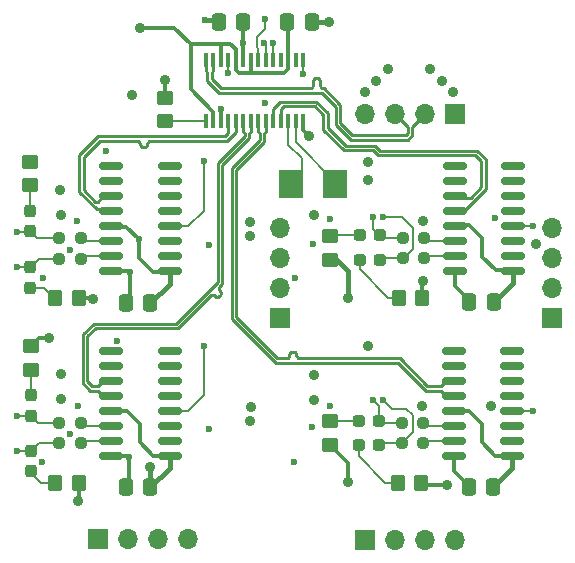
<source format=gbr>
%TF.GenerationSoftware,KiCad,Pcbnew,(6.0.4)*%
%TF.CreationDate,2022-04-04T02:46:47+02:00*%
%TF.ProjectId,Duino Coin,4475696e-6f20-4436-9f69-6e2e6b696361,rev?*%
%TF.SameCoordinates,Original*%
%TF.FileFunction,Copper,L4,Bot*%
%TF.FilePolarity,Positive*%
%FSLAX46Y46*%
G04 Gerber Fmt 4.6, Leading zero omitted, Abs format (unit mm)*
G04 Created by KiCad (PCBNEW (6.0.4)) date 2022-04-04 02:46:47*
%MOMM*%
%LPD*%
G01*
G04 APERTURE LIST*
G04 Aperture macros list*
%AMRoundRect*
0 Rectangle with rounded corners*
0 $1 Rounding radius*
0 $2 $3 $4 $5 $6 $7 $8 $9 X,Y pos of 4 corners*
0 Add a 4 corners polygon primitive as box body*
4,1,4,$2,$3,$4,$5,$6,$7,$8,$9,$2,$3,0*
0 Add four circle primitives for the rounded corners*
1,1,$1+$1,$2,$3*
1,1,$1+$1,$4,$5*
1,1,$1+$1,$6,$7*
1,1,$1+$1,$8,$9*
0 Add four rect primitives between the rounded corners*
20,1,$1+$1,$2,$3,$4,$5,0*
20,1,$1+$1,$4,$5,$6,$7,0*
20,1,$1+$1,$6,$7,$8,$9,0*
20,1,$1+$1,$8,$9,$2,$3,0*%
G04 Aperture macros list end*
%TA.AperFunction,ComponentPad*%
%ADD10R,1.700000X1.700000*%
%TD*%
%TA.AperFunction,ComponentPad*%
%ADD11O,1.700000X1.700000*%
%TD*%
%TA.AperFunction,SMDPad,CuDef*%
%ADD12RoundRect,0.250000X0.337500X0.475000X-0.337500X0.475000X-0.337500X-0.475000X0.337500X-0.475000X0*%
%TD*%
%TA.AperFunction,SMDPad,CuDef*%
%ADD13RoundRect,0.250000X-0.337500X-0.475000X0.337500X-0.475000X0.337500X0.475000X-0.337500X0.475000X0*%
%TD*%
%TA.AperFunction,SMDPad,CuDef*%
%ADD14RoundRect,0.237500X0.287500X0.237500X-0.287500X0.237500X-0.287500X-0.237500X0.287500X-0.237500X0*%
%TD*%
%TA.AperFunction,SMDPad,CuDef*%
%ADD15RoundRect,0.237500X-0.237500X0.287500X-0.237500X-0.287500X0.237500X-0.287500X0.237500X0.287500X0*%
%TD*%
%TA.AperFunction,SMDPad,CuDef*%
%ADD16RoundRect,0.237500X0.237500X-0.287500X0.237500X0.287500X-0.237500X0.287500X-0.237500X-0.287500X0*%
%TD*%
%TA.AperFunction,SMDPad,CuDef*%
%ADD17RoundRect,0.237500X-0.250000X-0.237500X0.250000X-0.237500X0.250000X0.237500X-0.250000X0.237500X0*%
%TD*%
%TA.AperFunction,SMDPad,CuDef*%
%ADD18RoundRect,0.237500X0.250000X0.237500X-0.250000X0.237500X-0.250000X-0.237500X0.250000X-0.237500X0*%
%TD*%
%TA.AperFunction,SMDPad,CuDef*%
%ADD19RoundRect,0.249999X0.350001X0.450001X-0.350001X0.450001X-0.350001X-0.450001X0.350001X-0.450001X0*%
%TD*%
%TA.AperFunction,SMDPad,CuDef*%
%ADD20RoundRect,0.249999X0.450001X-0.350001X0.450001X0.350001X-0.450001X0.350001X-0.450001X-0.350001X0*%
%TD*%
%TA.AperFunction,SMDPad,CuDef*%
%ADD21RoundRect,0.249999X-0.450001X0.350001X-0.450001X-0.350001X0.450001X-0.350001X0.450001X0.350001X0*%
%TD*%
%TA.AperFunction,SMDPad,CuDef*%
%ADD22RoundRect,0.150000X-0.825000X-0.150000X0.825000X-0.150000X0.825000X0.150000X-0.825000X0.150000X0*%
%TD*%
%TA.AperFunction,SMDPad,CuDef*%
%ADD23R,0.400000X1.200000*%
%TD*%
%TA.AperFunction,SMDPad,CuDef*%
%ADD24R,2.000000X2.400000*%
%TD*%
%TA.AperFunction,ViaPad*%
%ADD25C,0.900000*%
%TD*%
%TA.AperFunction,ViaPad*%
%ADD26C,0.600000*%
%TD*%
%TA.AperFunction,Conductor*%
%ADD27C,0.300000*%
%TD*%
%TA.AperFunction,Conductor*%
%ADD28C,0.400000*%
%TD*%
%TA.AperFunction,Conductor*%
%ADD29C,0.200000*%
%TD*%
%TA.AperFunction,Conductor*%
%ADD30C,0.228600*%
%TD*%
G04 APERTURE END LIST*
D10*
%TO.P,J2,1,Pin_1*%
%TO.N,/MOSI4*%
X198450200Y-117043200D03*
D11*
%TO.P,J2,2,Pin_2*%
%TO.N,/MISO4*%
X198450200Y-114503200D03*
%TO.P,J2,3,Pin_3*%
%TO.N,/SCK4*%
X198450200Y-111963200D03*
%TO.P,J2,4,Pin_4*%
%TO.N,/SS4*%
X198450200Y-109423200D03*
%TD*%
D10*
%TO.P,J3,1,Pin_1*%
%TO.N,/MOSI3*%
X182664100Y-135801100D03*
D11*
%TO.P,J3,2,Pin_2*%
%TO.N,/MISO3*%
X185204100Y-135801100D03*
%TO.P,J3,3,Pin_3*%
%TO.N,/SCK3*%
X187744100Y-135801100D03*
%TO.P,J3,4,Pin_4*%
%TO.N,/SS3*%
X190284100Y-135801100D03*
%TD*%
D10*
%TO.P,J5,1,Pin_1*%
%TO.N,/MOSI2*%
X160020000Y-135775700D03*
D11*
%TO.P,J5,2,Pin_2*%
%TO.N,/MISO2*%
X162560000Y-135775700D03*
%TO.P,J5,3,Pin_3*%
%TO.N,/SCK2*%
X165100000Y-135775700D03*
%TO.P,J5,4,Pin_4*%
%TO.N,/SS2*%
X167640000Y-135775700D03*
%TD*%
D10*
%TO.P,J6,1,Pin_1*%
%TO.N,/MOSI1*%
X175417480Y-117012720D03*
D11*
%TO.P,J6,2,Pin_2*%
%TO.N,/MISO1*%
X175417480Y-114472720D03*
%TO.P,J6,3,Pin_3*%
%TO.N,/SCK1*%
X175417480Y-111932720D03*
%TO.P,J6,4,Pin_4*%
%TO.N,/SS1*%
X175417480Y-109392720D03*
%TD*%
D12*
%TO.P,C2,1*%
%TO.N,+5V*%
X193569500Y-115697000D03*
%TO.P,C2,2*%
%TO.N,GND*%
X191494500Y-115697000D03*
%TD*%
%TO.P,C3,1*%
%TO.N,+5V*%
X164486500Y-131381500D03*
%TO.P,C3,2*%
%TO.N,GND*%
X162411500Y-131381500D03*
%TD*%
%TO.P,C4,1*%
%TO.N,+5V*%
X193506000Y-131381500D03*
%TO.P,C4,2*%
%TO.N,GND*%
X191431000Y-131381500D03*
%TD*%
%TO.P,C5,1*%
%TO.N,+5V*%
X164486500Y-115760500D03*
%TO.P,C5,2*%
%TO.N,GND*%
X162411500Y-115760500D03*
%TD*%
D13*
%TO.P,C21,1*%
%TO.N,+3V3*%
X176064000Y-91948000D03*
%TO.P,C21,2*%
%TO.N,GND*%
X178139000Y-91948000D03*
%TD*%
D12*
%TO.P,C23,1*%
%TO.N,+5V*%
X172360500Y-91948000D03*
%TO.P,C23,2*%
%TO.N,GND*%
X170285500Y-91948000D03*
%TD*%
D14*
%TO.P,D1,1,K*%
%TO.N,/RXD_4*%
X183945500Y-112141000D03*
%TO.P,D1,2,A*%
%TO.N,Net-(D1-Pad2)*%
X182195500Y-112141000D03*
%TD*%
%TO.P,D2,1,K*%
%TO.N,/TXD_4*%
X183945500Y-110045500D03*
%TO.P,D2,2,A*%
%TO.N,Net-(D2-Pad2)*%
X182195500Y-110045500D03*
%TD*%
D15*
%TO.P,D3,1,K*%
%TO.N,/RXD_2*%
X154368500Y-128284000D03*
%TO.P,D3,2,A*%
%TO.N,Net-(D3-Pad2)*%
X154368500Y-130034000D03*
%TD*%
D16*
%TO.P,D4,1,K*%
%TO.N,/TXD_2*%
X154368500Y-125335000D03*
%TO.P,D4,2,A*%
%TO.N,Net-(D4-Pad2)*%
X154368500Y-123585000D03*
%TD*%
D14*
%TO.P,D5,1,K*%
%TO.N,/RXD_3*%
X183882000Y-127825500D03*
%TO.P,D5,2,A*%
%TO.N,Net-(D5-Pad2)*%
X182132000Y-127825500D03*
%TD*%
%TO.P,D6,1,K*%
%TO.N,/TXD_3*%
X183882000Y-125730000D03*
%TO.P,D6,2,A*%
%TO.N,Net-(D6-Pad2)*%
X182132000Y-125730000D03*
%TD*%
D15*
%TO.P,D7,1,K*%
%TO.N,/RXD_1*%
X154305000Y-112726500D03*
%TO.P,D7,2,A*%
%TO.N,Net-(D7-Pad2)*%
X154305000Y-114476500D03*
%TD*%
D16*
%TO.P,D8,1,K*%
%TO.N,/TXD_1*%
X154305000Y-109714000D03*
%TO.P,D8,2,A*%
%TO.N,Net-(D8-Pad2)*%
X154305000Y-107964000D03*
%TD*%
D17*
%TO.P,R1,1*%
%TO.N,/RXD_4*%
X185841000Y-111950500D03*
%TO.P,R1,2*%
%TO.N,Net-(R1-Pad2)*%
X187666000Y-111950500D03*
%TD*%
%TO.P,R2,1*%
%TO.N,/RXD_2*%
X156758000Y-127635000D03*
%TO.P,R2,2*%
%TO.N,Net-(R2-Pad2)*%
X158583000Y-127635000D03*
%TD*%
%TO.P,R3,1*%
%TO.N,/RXD_3*%
X185777500Y-127635000D03*
%TO.P,R3,2*%
%TO.N,Net-(R3-Pad2)*%
X187602500Y-127635000D03*
%TD*%
%TO.P,R4,1*%
%TO.N,/RXD_1*%
X156758000Y-112014000D03*
%TO.P,R4,2*%
%TO.N,Net-(R4-Pad2)*%
X158583000Y-112014000D03*
%TD*%
D18*
%TO.P,R5,1*%
%TO.N,Net-(R5-Pad1)*%
X187666000Y-110236000D03*
%TO.P,R5,2*%
%TO.N,/TXD_4*%
X185841000Y-110236000D03*
%TD*%
%TO.P,R6,1*%
%TO.N,Net-(R6-Pad1)*%
X158583000Y-125920500D03*
%TO.P,R6,2*%
%TO.N,/TXD_2*%
X156758000Y-125920500D03*
%TD*%
%TO.P,R7,1*%
%TO.N,Net-(R7-Pad1)*%
X187602500Y-125920500D03*
%TO.P,R7,2*%
%TO.N,/TXD_3*%
X185777500Y-125920500D03*
%TD*%
%TO.P,R8,1*%
%TO.N,Net-(R8-Pad1)*%
X158583000Y-110299500D03*
%TO.P,R8,2*%
%TO.N,/TXD_1*%
X156758000Y-110299500D03*
%TD*%
D19*
%TO.P,R9,1*%
%TO.N,+5V*%
X187499500Y-115316000D03*
%TO.P,R9,2*%
%TO.N,Net-(D1-Pad2)*%
X185499500Y-115316000D03*
%TD*%
D20*
%TO.P,R10,1*%
%TO.N,+5V*%
X179679600Y-112099600D03*
%TO.P,R10,2*%
%TO.N,Net-(D2-Pad2)*%
X179679600Y-110099600D03*
%TD*%
D19*
%TO.P,R11,1*%
%TO.N,+5V*%
X158416500Y-131000500D03*
%TO.P,R11,2*%
%TO.N,Net-(D3-Pad2)*%
X156416500Y-131000500D03*
%TD*%
D21*
%TO.P,R12,1*%
%TO.N,+5V*%
X154381200Y-119446800D03*
%TO.P,R12,2*%
%TO.N,Net-(D4-Pad2)*%
X154381200Y-121446800D03*
%TD*%
D19*
%TO.P,R13,1*%
%TO.N,+5V*%
X187436000Y-131000500D03*
%TO.P,R13,2*%
%TO.N,Net-(D5-Pad2)*%
X185436000Y-131000500D03*
%TD*%
D20*
%TO.P,R14,1*%
%TO.N,+5V*%
X179679600Y-127796800D03*
%TO.P,R14,2*%
%TO.N,Net-(D6-Pad2)*%
X179679600Y-125796800D03*
%TD*%
D19*
%TO.P,R15,1*%
%TO.N,+5V*%
X158416500Y-115379500D03*
%TO.P,R15,2*%
%TO.N,Net-(D7-Pad2)*%
X156416500Y-115379500D03*
%TD*%
D21*
%TO.P,R16,1*%
%TO.N,+5V*%
X154330400Y-103800400D03*
%TO.P,R16,2*%
%TO.N,Net-(D8-Pad2)*%
X154330400Y-105800400D03*
%TD*%
D20*
%TO.P,R29,1*%
%TO.N,Net-(R29-Pad1)*%
X165735000Y-100377500D03*
%TO.P,R29,2*%
%TO.N,GND*%
X165735000Y-98377500D03*
%TD*%
D10*
%TO.P,J4,1,Pin_1*%
%TO.N,+5V*%
X190296800Y-99771200D03*
D11*
%TO.P,J4,2,Pin_2*%
%TO.N,/D-*%
X187756800Y-99771200D03*
%TO.P,J4,3,Pin_3*%
%TO.N,/D+*%
X185216800Y-99771200D03*
%TO.P,J4,4,Pin_4*%
%TO.N,GND*%
X182676800Y-99771200D03*
%TD*%
D22*
%TO.P,U1,1,GND*%
%TO.N,GND*%
X190247500Y-113030000D03*
%TO.P,U1,2,TXD*%
%TO.N,Net-(R1-Pad2)*%
X190247500Y-111760000D03*
%TO.P,U1,3,RXD*%
%TO.N,Net-(R5-Pad1)*%
X190247500Y-110490000D03*
%TO.P,U1,4,V3*%
%TO.N,+5V*%
X190247500Y-109220000D03*
%TO.P,U1,5,UD+*%
%TO.N,/D4_P*%
X190247500Y-107950000D03*
%TO.P,U1,6,UD-*%
%TO.N,/D4_N*%
X190247500Y-106680000D03*
%TO.P,U1,7,NC*%
%TO.N,unconnected-(U1-Pad7)*%
X190247500Y-105410000D03*
%TO.P,U1,8,NC*%
%TO.N,unconnected-(U1-Pad8)*%
X190247500Y-104140000D03*
%TO.P,U1,9,~{CTS}*%
%TO.N,unconnected-(U1-Pad9)*%
X195197500Y-104140000D03*
%TO.P,U1,10,~{DSR}*%
%TO.N,unconnected-(U1-Pad10)*%
X195197500Y-105410000D03*
%TO.P,U1,11,~{RI}*%
%TO.N,unconnected-(U1-Pad11)*%
X195197500Y-106680000D03*
%TO.P,U1,12,~{DCD}*%
%TO.N,unconnected-(U1-Pad12)*%
X195197500Y-107950000D03*
%TO.P,U1,13,~{DTR}*%
%TO.N,/DTR_4*%
X195197500Y-109220000D03*
%TO.P,U1,14,~{RTS}*%
%TO.N,unconnected-(U1-Pad14)*%
X195197500Y-110490000D03*
%TO.P,U1,15,R232*%
%TO.N,unconnected-(U1-Pad15)*%
X195197500Y-111760000D03*
%TO.P,U1,16,VCC*%
%TO.N,+5V*%
X195197500Y-113030000D03*
%TD*%
%TO.P,U2,1,GND*%
%TO.N,GND*%
X161164500Y-128714500D03*
%TO.P,U2,2,TXD*%
%TO.N,Net-(R2-Pad2)*%
X161164500Y-127444500D03*
%TO.P,U2,3,RXD*%
%TO.N,Net-(R6-Pad1)*%
X161164500Y-126174500D03*
%TO.P,U2,4,V3*%
%TO.N,+5V*%
X161164500Y-124904500D03*
%TO.P,U2,5,UD+*%
%TO.N,/D2_P*%
X161164500Y-123634500D03*
%TO.P,U2,6,UD-*%
%TO.N,/D2_N*%
X161164500Y-122364500D03*
%TO.P,U2,7,NC*%
%TO.N,unconnected-(U2-Pad7)*%
X161164500Y-121094500D03*
%TO.P,U2,8,NC*%
%TO.N,unconnected-(U2-Pad8)*%
X161164500Y-119824500D03*
%TO.P,U2,9,~{CTS}*%
%TO.N,unconnected-(U2-Pad9)*%
X166114500Y-119824500D03*
%TO.P,U2,10,~{DSR}*%
%TO.N,unconnected-(U2-Pad10)*%
X166114500Y-121094500D03*
%TO.P,U2,11,~{RI}*%
%TO.N,unconnected-(U2-Pad11)*%
X166114500Y-122364500D03*
%TO.P,U2,12,~{DCD}*%
%TO.N,unconnected-(U2-Pad12)*%
X166114500Y-123634500D03*
%TO.P,U2,13,~{DTR}*%
%TO.N,/DTR_2*%
X166114500Y-124904500D03*
%TO.P,U2,14,~{RTS}*%
%TO.N,unconnected-(U2-Pad14)*%
X166114500Y-126174500D03*
%TO.P,U2,15,R232*%
%TO.N,unconnected-(U2-Pad15)*%
X166114500Y-127444500D03*
%TO.P,U2,16,VCC*%
%TO.N,+5V*%
X166114500Y-128714500D03*
%TD*%
%TO.P,U3,1,GND*%
%TO.N,GND*%
X190184000Y-128714500D03*
%TO.P,U3,2,TXD*%
%TO.N,Net-(R3-Pad2)*%
X190184000Y-127444500D03*
%TO.P,U3,3,RXD*%
%TO.N,Net-(R7-Pad1)*%
X190184000Y-126174500D03*
%TO.P,U3,4,V3*%
%TO.N,+5V*%
X190184000Y-124904500D03*
%TO.P,U3,5,UD+*%
%TO.N,/D3_P*%
X190184000Y-123634500D03*
%TO.P,U3,6,UD-*%
%TO.N,/D3_N*%
X190184000Y-122364500D03*
%TO.P,U3,7,NC*%
%TO.N,unconnected-(U3-Pad7)*%
X190184000Y-121094500D03*
%TO.P,U3,8,NC*%
%TO.N,unconnected-(U3-Pad8)*%
X190184000Y-119824500D03*
%TO.P,U3,9,~{CTS}*%
%TO.N,unconnected-(U3-Pad9)*%
X195134000Y-119824500D03*
%TO.P,U3,10,~{DSR}*%
%TO.N,unconnected-(U3-Pad10)*%
X195134000Y-121094500D03*
%TO.P,U3,11,~{RI}*%
%TO.N,unconnected-(U3-Pad11)*%
X195134000Y-122364500D03*
%TO.P,U3,12,~{DCD}*%
%TO.N,unconnected-(U3-Pad12)*%
X195134000Y-123634500D03*
%TO.P,U3,13,~{DTR}*%
%TO.N,/DTR_3*%
X195134000Y-124904500D03*
%TO.P,U3,14,~{RTS}*%
%TO.N,unconnected-(U3-Pad14)*%
X195134000Y-126174500D03*
%TO.P,U3,15,R232*%
%TO.N,unconnected-(U3-Pad15)*%
X195134000Y-127444500D03*
%TO.P,U3,16,VCC*%
%TO.N,+5V*%
X195134000Y-128714500D03*
%TD*%
%TO.P,U4,1,GND*%
%TO.N,GND*%
X161164500Y-113093500D03*
%TO.P,U4,2,TXD*%
%TO.N,Net-(R4-Pad2)*%
X161164500Y-111823500D03*
%TO.P,U4,3,RXD*%
%TO.N,Net-(R8-Pad1)*%
X161164500Y-110553500D03*
%TO.P,U4,4,V3*%
%TO.N,+5V*%
X161164500Y-109283500D03*
%TO.P,U4,5,UD+*%
%TO.N,/D1_P*%
X161164500Y-108013500D03*
%TO.P,U4,6,UD-*%
%TO.N,/D1_N*%
X161164500Y-106743500D03*
%TO.P,U4,7,NC*%
%TO.N,unconnected-(U4-Pad7)*%
X161164500Y-105473500D03*
%TO.P,U4,8,NC*%
%TO.N,unconnected-(U4-Pad8)*%
X161164500Y-104203500D03*
%TO.P,U4,9,~{CTS}*%
%TO.N,unconnected-(U4-Pad9)*%
X166114500Y-104203500D03*
%TO.P,U4,10,~{DSR}*%
%TO.N,unconnected-(U4-Pad10)*%
X166114500Y-105473500D03*
%TO.P,U4,11,~{RI}*%
%TO.N,unconnected-(U4-Pad11)*%
X166114500Y-106743500D03*
%TO.P,U4,12,~{DCD}*%
%TO.N,unconnected-(U4-Pad12)*%
X166114500Y-108013500D03*
%TO.P,U4,13,~{DTR}*%
%TO.N,/DTR_1*%
X166114500Y-109283500D03*
%TO.P,U4,14,~{RTS}*%
%TO.N,unconnected-(U4-Pad14)*%
X166114500Y-110553500D03*
%TO.P,U4,15,R232*%
%TO.N,unconnected-(U4-Pad15)*%
X166114500Y-111823500D03*
%TO.P,U4,16,VCC*%
%TO.N,+5V*%
X166114500Y-113093500D03*
%TD*%
D23*
%TO.P,U5,1,VSS*%
%TO.N,GND*%
X177419000Y-100390000D03*
%TO.P,U5,2,XOUT*%
%TO.N,Net-(U5-Pad2)*%
X176784000Y-100390000D03*
%TO.P,U5,3,XIN*%
%TO.N,Net-(U5-Pad3)*%
X176149000Y-100390000D03*
%TO.P,U5,4,DM4*%
%TO.N,/D4_N*%
X175514000Y-100390000D03*
%TO.P,U5,5,DP4*%
%TO.N,/D4_P*%
X174879000Y-100390000D03*
%TO.P,U5,6,DM3*%
%TO.N,/D3_N*%
X174244000Y-100390000D03*
%TO.P,U5,7,DP3*%
%TO.N,/D3_P*%
X173609000Y-100390000D03*
%TO.P,U5,8,DM2*%
%TO.N,/D2_N*%
X172974000Y-100390000D03*
%TO.P,U5,9,DP2*%
%TO.N,/D2_P*%
X172339000Y-100390000D03*
%TO.P,U5,10,DM1*%
%TO.N,/D1_N*%
X171704000Y-100390000D03*
%TO.P,U5,11,DP1*%
%TO.N,/D1_P*%
X171069000Y-100390000D03*
%TO.P,U5,12,VD18_O*%
%TO.N,Net-(C19-Pad1)*%
X170434000Y-100390000D03*
%TO.P,U5,13,VD33*%
%TO.N,+3V3*%
X169799000Y-100390000D03*
%TO.P,U5,14,REXT*%
%TO.N,Net-(R29-Pad1)*%
X169164000Y-100390000D03*
%TO.P,U5,15,DMU*%
%TO.N,/D-*%
X169164000Y-95190000D03*
%TO.P,U5,16,DPU*%
%TO.N,/D+*%
X169799000Y-95190000D03*
%TO.P,U5,17,~{XRSTJ}*%
%TO.N,+3V3*%
X170434000Y-95190000D03*
%TO.P,U5,18,VBUSM*%
%TO.N,Net-(R25-Pad2)*%
X171069000Y-95190000D03*
%TO.P,U5,19,BUSJ*%
%TO.N,+3V3*%
X171704000Y-95190000D03*
%TO.P,U5,20,VDD5*%
%TO.N,+5V*%
X172339000Y-95190000D03*
%TO.P,U5,21,VD33_O*%
%TO.N,+3V3*%
X172974000Y-95190000D03*
%TO.P,U5,22,DRV*%
%TO.N,Net-(D17-Pad2)*%
X173609000Y-95190000D03*
%TO.P,U5,23,LED1/EESCL*%
%TO.N,Net-(R27-Pad2)*%
X174244000Y-95190000D03*
%TO.P,U5,24,LED2*%
%TO.N,Net-(R28-Pad2)*%
X174879000Y-95190000D03*
%TO.P,U5,25,PWRJ*%
%TO.N,unconnected-(U5-Pad25)*%
X175514000Y-95190000D03*
%TO.P,U5,26,OVCJ*%
%TO.N,+3V3*%
X176149000Y-95190000D03*
%TO.P,U5,27,TESTJ/EESDA*%
%TO.N,unconnected-(U5-Pad27)*%
X176784000Y-95190000D03*
%TO.P,U5,28,VD18*%
%TO.N,Net-(C19-Pad1)*%
X177419000Y-95190000D03*
%TD*%
D24*
%TO.P,Y5,1,1*%
%TO.N,Net-(U5-Pad2)*%
X180107200Y-105664000D03*
%TO.P,Y5,2,2*%
%TO.N,Net-(U5-Pad3)*%
X176407200Y-105664000D03*
%TD*%
D25*
%TO.N,GND*%
X156921200Y-121818400D03*
D26*
X162661600Y-128778000D03*
D25*
X193357500Y-124510800D03*
X172923200Y-125780800D03*
D26*
X179730400Y-108661200D03*
X169468800Y-110845600D03*
D25*
X178303000Y-121863028D03*
X191427102Y-131394200D03*
X183616600Y-96951800D03*
D26*
X158292800Y-108813600D03*
X157683200Y-111252000D03*
X178155600Y-126238000D03*
X169468800Y-126441200D03*
X162763200Y-113131600D03*
X158343600Y-124510800D03*
D25*
X184607200Y-95961200D03*
X177952400Y-101650800D03*
X191528700Y-115709700D03*
X187452000Y-124460000D03*
D26*
X174193200Y-98806000D03*
D25*
X182900320Y-105333800D03*
X156870400Y-106172000D03*
D26*
X176733200Y-113639600D03*
X179730400Y-124460000D03*
D25*
X182676800Y-97891600D03*
X172923200Y-110134400D03*
D26*
X178257200Y-110744000D03*
D25*
X172974000Y-124561600D03*
D26*
X176631600Y-129235200D03*
D25*
X165760400Y-96926400D03*
D26*
X155397200Y-113639600D03*
D25*
X187553600Y-108864400D03*
X172923200Y-108915200D03*
X179578000Y-91948000D03*
D26*
X193700400Y-108610400D03*
D25*
X162966400Y-98196400D03*
D26*
X155346400Y-129235200D03*
D25*
X197104000Y-110782100D03*
D26*
X169113200Y-91846400D03*
X157683200Y-126847600D03*
D25*
%TO.N,+5V*%
X164465000Y-129654300D03*
X188193680Y-95945960D03*
X156903500Y-123938000D03*
X189141100Y-96944180D03*
X156903500Y-108317000D03*
X190136780Y-97881440D03*
X181254400Y-115316000D03*
X182930800Y-119430800D03*
X189585600Y-131216400D03*
X182930800Y-103835200D03*
D26*
X163499800Y-110363000D03*
D25*
X193569500Y-115697000D03*
D26*
X160731200Y-102870000D03*
X161645600Y-119024400D03*
D25*
X178303000Y-108317000D03*
X158394400Y-132537200D03*
D26*
X172339000Y-93802200D03*
D25*
X154330400Y-103784400D03*
X187528200Y-113880900D03*
X193533350Y-131354150D03*
X155905200Y-118770400D03*
X159664400Y-115417600D03*
X178303000Y-123957000D03*
X181254400Y-130962400D03*
D26*
%TO.N,Net-(R25-Pad2)*%
X171069000Y-96266000D03*
%TO.N,Net-(R27-Pad2)*%
X174117000Y-93789500D03*
%TO.N,Net-(R28-Pad2)*%
X174879000Y-93789500D03*
D25*
%TO.N,+3V3*%
X163576000Y-92456000D03*
D26*
%TO.N,Net-(D17-Pad2)*%
X174180500Y-91757500D03*
%TO.N,Net-(C19-Pad1)*%
X170484800Y-99314000D03*
X177419000Y-96393000D03*
%TO.N,/DTR_2*%
X169011600Y-119380000D03*
%TO.N,/DTR_3*%
X196850000Y-124917200D03*
%TO.N,/DTR_1*%
X169011600Y-103784400D03*
%TO.N,/DTR_4*%
X196900800Y-109220000D03*
%TO.N,/RXD_4*%
X184150000Y-108458000D03*
%TO.N,/TXD_4*%
X183337200Y-108458000D03*
%TO.N,/RXD_2*%
X153212800Y-128270000D03*
%TO.N,/TXD_2*%
X153212800Y-125323600D03*
%TO.N,/RXD_3*%
X184200800Y-123952000D03*
%TO.N,/TXD_3*%
X183337200Y-123952000D03*
%TO.N,/RXD_1*%
X153212800Y-112725200D03*
%TO.N,/TXD_1*%
X153212800Y-109778800D03*
%TD*%
D27*
%TO.N,GND*%
X190184000Y-128714500D02*
X190184000Y-130036800D01*
X162763200Y-113131600D02*
X162763200Y-115408800D01*
X190247500Y-114301500D02*
X191494500Y-115548500D01*
X190184000Y-130036800D02*
X191431000Y-131283800D01*
X162763200Y-115408800D02*
X162411500Y-115760500D01*
X191494500Y-115697000D02*
X191507200Y-115709700D01*
X161164500Y-113093500D02*
X162725100Y-113093500D01*
X190247500Y-113030000D02*
X190247500Y-114301500D01*
X191431000Y-131283800D02*
X191431000Y-131381500D01*
X191494500Y-115548500D02*
X191494500Y-115697000D01*
X161164500Y-128714500D02*
X162598100Y-128714500D01*
X162661600Y-131131400D02*
X162661600Y-128778000D01*
X177419000Y-101117400D02*
X177952400Y-101650800D01*
X191427102Y-131385398D02*
X191427102Y-131394200D01*
X165735000Y-98377500D02*
X165735000Y-96951800D01*
X165735000Y-96951800D02*
X165760400Y-96926400D01*
X162598100Y-128714500D02*
X162661600Y-128778000D01*
X177419000Y-100390000D02*
X177419000Y-101117400D01*
X191507200Y-115709700D02*
X191528700Y-115709700D01*
X162725100Y-113093500D02*
X162763200Y-113131600D01*
D28*
X170183900Y-91846400D02*
X170285500Y-91948000D01*
X169113200Y-91846400D02*
X170183900Y-91846400D01*
D27*
X162411500Y-131381500D02*
X162661600Y-131131400D01*
X191431000Y-131381500D02*
X191427102Y-131385398D01*
D28*
X178139000Y-91948000D02*
X179578000Y-91948000D01*
D29*
%TO.N,Net-(D1-Pad2)*%
X184607200Y-115316000D02*
X182195500Y-112904300D01*
X185499500Y-115316000D02*
X184607200Y-115316000D01*
X182195500Y-112904300D02*
X182195500Y-112141000D01*
%TO.N,Net-(D2-Pad2)*%
X182195500Y-110045500D02*
X179733700Y-110045500D01*
X179733700Y-110045500D02*
X179679600Y-110099600D01*
%TO.N,Net-(D3-Pad2)*%
X154368500Y-130034000D02*
X154368500Y-130136900D01*
X154368500Y-130136900D02*
X155232100Y-131000500D01*
X155232100Y-131000500D02*
X156416500Y-131000500D01*
%TO.N,Net-(D4-Pad2)*%
X154368500Y-123585000D02*
X154368500Y-121459500D01*
X154368500Y-121459500D02*
X154381200Y-121446800D01*
%TO.N,Net-(D5-Pad2)*%
X184391300Y-131000500D02*
X182132000Y-128741200D01*
X185436000Y-131000500D02*
X184391300Y-131000500D01*
X182132000Y-128741200D02*
X182132000Y-127825500D01*
%TO.N,Net-(D6-Pad2)*%
X179746400Y-125730000D02*
X179679600Y-125796800D01*
X182132000Y-125730000D02*
X179746400Y-125730000D01*
%TO.N,Net-(D7-Pad2)*%
X154305000Y-114476500D02*
X155513500Y-114476500D01*
X155513500Y-114476500D02*
X156416500Y-115379500D01*
%TO.N,Net-(D8-Pad2)*%
X154305000Y-107964000D02*
X154305000Y-105825800D01*
X154305000Y-105825800D02*
X154330400Y-105800400D01*
D27*
%TO.N,+5V*%
X193687700Y-128714500D02*
X195070500Y-128714500D01*
X191452500Y-124904500D02*
X192532000Y-125984000D01*
X190120500Y-124904500D02*
X191452500Y-124904500D01*
X192532000Y-127558800D02*
X193687700Y-128714500D01*
X192532000Y-125984000D02*
X192532000Y-127558800D01*
D28*
X193506000Y-131381500D02*
X193506000Y-131381500D01*
X193569500Y-115697000D02*
X193569500Y-115697000D01*
X181254400Y-115316000D02*
X181254400Y-115316000D01*
D27*
X172339000Y-93802200D02*
X172339000Y-91969500D01*
D28*
X193533350Y-131354150D02*
X193506000Y-131381500D01*
D27*
X163499800Y-110363000D02*
X163525200Y-110388400D01*
X158416500Y-132515100D02*
X158394400Y-132537200D01*
X187651900Y-131216400D02*
X187436000Y-131000500D01*
X181254400Y-129336800D02*
X181254400Y-130962400D01*
D28*
X195134000Y-128714500D02*
X195134000Y-129753500D01*
D27*
X162445700Y-109308900D02*
X163499800Y-110363000D01*
X162496500Y-124904500D02*
X163576000Y-125984000D01*
X155057600Y-118770400D02*
X154381200Y-119446800D01*
X193738500Y-113017300D02*
X195121300Y-113017300D01*
X191503300Y-109207300D02*
X192582800Y-110286800D01*
X187499500Y-115316000D02*
X187499500Y-113909600D01*
X158416500Y-131000500D02*
X158416500Y-132515100D01*
D28*
X166114500Y-114132500D02*
X164486500Y-115760500D01*
D27*
X163525200Y-111963200D02*
X164680900Y-113118900D01*
X187499500Y-113909600D02*
X187528200Y-113880900D01*
X158416500Y-115379500D02*
X159626300Y-115379500D01*
X189585600Y-131216400D02*
X187651900Y-131216400D01*
X163576000Y-127558800D02*
X164731700Y-128714500D01*
D28*
X166114500Y-129753500D02*
X164486500Y-131381500D01*
X164486500Y-129675800D02*
X164465000Y-129654300D01*
D27*
X192582800Y-110286800D02*
X192582800Y-111861600D01*
X190171300Y-109207300D02*
X191503300Y-109207300D01*
X159626300Y-115379500D02*
X159664400Y-115417600D01*
D28*
X195134000Y-129753500D02*
X193533350Y-131354150D01*
X195197500Y-113030000D02*
X195197500Y-114069000D01*
X195197500Y-114069000D02*
X193569500Y-115697000D01*
X166114500Y-113093500D02*
X166114500Y-114132500D01*
X179679600Y-112099600D02*
X180273200Y-112099600D01*
X180273200Y-112099600D02*
X181254400Y-113080800D01*
D27*
X179679600Y-127796800D02*
X179714400Y-127796800D01*
X163576000Y-125984000D02*
X163576000Y-127558800D01*
X164731700Y-128714500D02*
X166114500Y-128714500D01*
X192582800Y-111861600D02*
X193738500Y-113017300D01*
X172339000Y-95190000D02*
X172339000Y-93802200D01*
X163525200Y-110388400D02*
X163525200Y-111963200D01*
X172339000Y-91969500D02*
X172360500Y-91948000D01*
X164680900Y-113118900D02*
X166063700Y-113118900D01*
X179714400Y-127796800D02*
X181254400Y-129336800D01*
X161113700Y-109308900D02*
X162445700Y-109308900D01*
X161164500Y-124904500D02*
X162496500Y-124904500D01*
D28*
X164486500Y-131381500D02*
X164486500Y-129675800D01*
X181254400Y-113080800D02*
X181254400Y-115316000D01*
D27*
X155905200Y-118770400D02*
X155057600Y-118770400D01*
D28*
X166114500Y-128714500D02*
X166114500Y-129753500D01*
D29*
%TO.N,Net-(R1-Pad2)*%
X187856500Y-111760000D02*
X187666000Y-111950500D01*
X190247500Y-111760000D02*
X187856500Y-111760000D01*
%TO.N,Net-(R2-Pad2)*%
X158773500Y-127444500D02*
X158583000Y-127635000D01*
X161164500Y-127444500D02*
X158773500Y-127444500D01*
%TO.N,Net-(R3-Pad2)*%
X190184000Y-127444500D02*
X187793000Y-127444500D01*
X187793000Y-127444500D02*
X187602500Y-127635000D01*
%TO.N,Net-(R4-Pad2)*%
X161164500Y-111823500D02*
X158773500Y-111823500D01*
X158773500Y-111823500D02*
X158583000Y-112014000D01*
%TO.N,Net-(R5-Pad1)*%
X187920000Y-110490000D02*
X187666000Y-110236000D01*
X190247500Y-110490000D02*
X187920000Y-110490000D01*
%TO.N,Net-(R6-Pad1)*%
X161164500Y-126174500D02*
X158837000Y-126174500D01*
X158837000Y-126174500D02*
X158583000Y-125920500D01*
%TO.N,Net-(R7-Pad1)*%
X187856500Y-126174500D02*
X187602500Y-125920500D01*
X190184000Y-126174500D02*
X187856500Y-126174500D01*
%TO.N,Net-(R8-Pad1)*%
X161164500Y-110553500D02*
X158837000Y-110553500D01*
X158837000Y-110553500D02*
X158583000Y-110299500D01*
%TO.N,Net-(R25-Pad2)*%
X171069000Y-95190000D02*
X171069000Y-96266000D01*
%TO.N,Net-(R27-Pad2)*%
X174244000Y-93916500D02*
X174117000Y-93789500D01*
X174244000Y-95190000D02*
X174244000Y-93916500D01*
%TO.N,Net-(R28-Pad2)*%
X174879000Y-93789500D02*
X174879000Y-95190000D01*
%TO.N,Net-(R29-Pad1)*%
X169164000Y-100390000D02*
X165747500Y-100390000D01*
X165747500Y-100390000D02*
X165735000Y-100377500D01*
%TO.N,Net-(U5-Pad3)*%
X177292000Y-103530400D02*
X177292000Y-104597200D01*
X176149000Y-102387400D02*
X177292000Y-103530400D01*
X177292000Y-104597200D02*
X176407200Y-105482000D01*
X176407200Y-105482000D02*
X176407200Y-105664000D01*
X176149000Y-100390000D02*
X176149000Y-102387400D01*
%TO.N,Net-(U5-Pad2)*%
X180107200Y-105496800D02*
X180107200Y-105664000D01*
X176784000Y-102173600D02*
X180107200Y-105496800D01*
X176784000Y-100390000D02*
X176784000Y-102173600D01*
D27*
%TO.N,+3V3*%
X171259500Y-93853000D02*
X171704000Y-94297500D01*
X176149000Y-95190000D02*
X176149000Y-92033000D01*
X166497000Y-92456000D02*
X163576000Y-92456000D01*
X172720000Y-96329500D02*
X172974000Y-96329500D01*
X172974000Y-96329500D02*
X172974000Y-95190000D01*
X176149000Y-95190000D02*
X176149000Y-95986600D01*
X171704000Y-94297500D02*
X171704000Y-95190000D01*
X170434000Y-93916500D02*
X170370500Y-93853000D01*
X171704000Y-96012000D02*
X172021500Y-96329500D01*
X167894000Y-93853000D02*
X170370500Y-93853000D01*
X171704000Y-95190000D02*
X171704000Y-96012000D01*
X167894000Y-97663000D02*
X167894000Y-93853000D01*
X176149000Y-92033000D02*
X176064000Y-91948000D01*
X175806100Y-96329500D02*
X172720000Y-96329500D01*
X170370500Y-93853000D02*
X171259500Y-93853000D01*
X167894000Y-93853000D02*
X166497000Y-92456000D01*
X170434000Y-95190000D02*
X170434000Y-93916500D01*
X176149000Y-95986600D02*
X175806100Y-96329500D01*
X169799000Y-100390000D02*
X169799000Y-99568000D01*
X169799000Y-99568000D02*
X167894000Y-97663000D01*
X172021500Y-96329500D02*
X172720000Y-96329500D01*
D29*
%TO.N,Net-(D17-Pad2)*%
X174180500Y-92583000D02*
X173482000Y-93281500D01*
X173482000Y-94107000D02*
X173609000Y-94234000D01*
X173482000Y-93281500D02*
X173482000Y-94107000D01*
X173609000Y-94234000D02*
X173609000Y-95190000D01*
X174180500Y-91757500D02*
X174180500Y-92583000D01*
D27*
%TO.N,Net-(C19-Pad1)*%
X170434000Y-99364800D02*
X170484800Y-99314000D01*
X170434000Y-100390000D02*
X170434000Y-99364800D01*
D29*
X177419000Y-95190000D02*
X177419000Y-96393000D01*
D30*
%TO.N,/D1_N*%
X158838900Y-103406108D02*
X158838900Y-106194692D01*
X163716152Y-102506177D02*
X163675125Y-102465150D01*
X163562070Y-102142055D02*
X163521043Y-102101028D01*
X163820044Y-102556208D02*
X163765279Y-102537045D01*
X164017151Y-102556208D02*
X163959496Y-102562704D01*
X164420044Y-102050997D02*
X164365279Y-102070160D01*
X164162070Y-102465150D02*
X164121043Y-102506177D01*
X163959496Y-102562704D02*
X163877700Y-102562704D01*
X163521043Y-102101028D02*
X163471916Y-102070160D01*
X164316152Y-102101028D02*
X164275125Y-102142055D01*
X163644257Y-102416023D02*
X163625094Y-102361258D01*
X171704000Y-101290001D02*
X170949501Y-102044500D01*
X170949501Y-102044500D02*
X164477700Y-102044500D01*
X164121043Y-102506177D02*
X164071916Y-102537045D01*
X163359496Y-102044500D02*
X160200508Y-102044500D01*
X160515300Y-106743500D02*
X161164500Y-106743500D01*
X164212101Y-102361258D02*
X164192938Y-102416023D01*
X159832208Y-107188000D02*
X160070800Y-107188000D01*
X163675125Y-102465150D02*
X163644257Y-102416023D01*
X171704000Y-100390000D02*
X171704000Y-101290001D01*
X164244257Y-102191182D02*
X164225094Y-102245947D01*
X164192938Y-102416023D02*
X164162070Y-102465150D01*
X163417151Y-102050997D02*
X163359496Y-102044500D01*
X164477700Y-102044500D02*
X164420044Y-102050997D01*
X163612101Y-102245947D02*
X163592938Y-102191182D01*
X163592938Y-102191182D02*
X163562070Y-102142055D01*
X160200508Y-102044500D02*
X158838900Y-103406108D01*
X160070800Y-107188000D02*
X160515300Y-106743500D01*
X158838900Y-106194692D02*
X159832208Y-107188000D01*
X163765279Y-102537045D02*
X163716152Y-102506177D01*
X164071916Y-102537045D02*
X164017151Y-102556208D01*
X164365279Y-102070160D02*
X164316152Y-102101028D01*
X163877700Y-102562704D02*
X163820044Y-102556208D01*
X164225094Y-102245947D02*
X164212101Y-102361258D01*
X164275125Y-102142055D02*
X164244257Y-102191182D01*
X163471916Y-102070160D02*
X163417151Y-102050997D01*
X163625094Y-102361258D02*
X163612101Y-102245947D01*
%TO.N,/D1_P*%
X160324800Y-107848400D02*
X160489900Y-108013500D01*
X159953792Y-107848400D02*
X160324800Y-107848400D01*
X171069000Y-100390000D02*
X171069000Y-101371400D01*
X171069000Y-101371400D02*
X170776900Y-101663500D01*
X160042692Y-101663500D02*
X158457900Y-103248292D01*
X170776900Y-101663500D02*
X160042692Y-101663500D01*
X160489900Y-108013500D02*
X161164500Y-108013500D01*
X158457900Y-106352508D02*
X159953792Y-107848400D01*
X158457900Y-103248292D02*
X158457900Y-106352508D01*
%TO.N,/D4_N*%
X190450700Y-106883200D02*
X191602192Y-106883200D01*
X179133500Y-101120108D02*
X179133500Y-99850108D01*
X183359892Y-102857300D02*
X180870692Y-102857300D01*
X175514000Y-99364800D02*
X175514000Y-100390000D01*
X175780700Y-99098100D02*
X175514000Y-99364800D01*
X180870692Y-102857300D02*
X179133500Y-101120108D01*
X191602192Y-106883200D02*
X192493900Y-105991492D01*
X178381492Y-99098100D02*
X175780700Y-99098100D01*
X190247500Y-106680000D02*
X190450700Y-106883200D01*
X191995892Y-103263700D02*
X183766292Y-103263700D01*
X183766292Y-103263700D02*
X183359892Y-102857300D01*
X179133500Y-99850108D02*
X178381492Y-99098100D01*
X192493900Y-103761708D02*
X191995892Y-103263700D01*
X192493900Y-105991492D02*
X192493900Y-103761708D01*
%TO.N,/D4_P*%
X181028508Y-102476300D02*
X179514500Y-100962292D01*
X190247500Y-107950000D02*
X190399900Y-107797600D01*
X178539308Y-98717100D02*
X175485892Y-98717100D01*
X192874900Y-103603892D02*
X192153708Y-102882700D01*
X183517708Y-102476300D02*
X181028508Y-102476300D01*
X192153708Y-102882700D02*
X183924108Y-102882700D01*
X183924108Y-102882700D02*
X183517708Y-102476300D01*
X190399900Y-107797600D02*
X191226608Y-107797600D01*
X174879000Y-99323992D02*
X174879000Y-100390000D01*
X179514500Y-99692292D02*
X178539308Y-98717100D01*
X175485892Y-98717100D02*
X174879000Y-99323992D01*
X191226608Y-107797600D02*
X192874900Y-106149308D01*
X192874900Y-106149308D02*
X192874900Y-103603892D01*
X179514500Y-100962292D02*
X179514500Y-99692292D01*
%TO.N,/D2_N*%
X170112386Y-115246469D02*
X170049605Y-115232141D01*
X170347923Y-115164051D02*
X170297577Y-115204201D01*
X170447924Y-114910929D02*
X170447923Y-114975325D01*
X160045400Y-122809000D02*
X160489900Y-122364500D01*
X170176780Y-115246469D02*
X170112386Y-115246469D01*
X170405655Y-114790133D02*
X170433594Y-114848150D01*
X170365506Y-115146467D02*
X170347923Y-115164051D01*
X172847000Y-101793208D02*
X170573700Y-104066508D01*
X170433594Y-114848150D02*
X170447924Y-114910929D01*
X170325356Y-114383449D02*
X170297416Y-114441467D01*
X159143700Y-122399892D02*
X159552808Y-122809000D01*
X160489900Y-122364500D02*
X161164500Y-122364500D01*
X159143700Y-118595308D02*
X159143700Y-122399892D01*
X159844908Y-117894100D02*
X159143700Y-118595308D01*
X170433595Y-115038104D02*
X170405655Y-115096123D01*
X170283086Y-114504248D02*
X170283086Y-114568642D01*
X170297577Y-115204201D02*
X170239559Y-115232141D01*
X170325356Y-114689439D02*
X170365505Y-114739787D01*
X169991587Y-115204201D02*
X169890895Y-115123901D01*
X170573700Y-104066508D02*
X170573700Y-114124908D01*
X169584905Y-115123901D02*
X169534561Y-115164050D01*
X170297416Y-114441467D02*
X170283086Y-114504248D01*
X172974000Y-101290001D02*
X172847000Y-101417001D01*
X169410912Y-115287696D02*
X166804508Y-117894100D01*
X169770099Y-115081632D02*
X169705703Y-115081633D01*
X169642924Y-115095961D02*
X169584905Y-115123901D01*
X170049605Y-115232141D02*
X169991587Y-115204201D01*
X172847000Y-101417001D02*
X172847000Y-101793208D01*
X169516977Y-115181632D02*
X169410912Y-115287696D01*
X170239559Y-115232141D02*
X170176780Y-115246469D01*
X169534561Y-115164050D02*
X169516977Y-115181632D01*
X170365505Y-114739787D02*
X170405655Y-114790133D01*
X170405655Y-115096123D02*
X170365506Y-115146467D01*
X170447923Y-114975325D02*
X170433595Y-115038104D01*
X170573700Y-114124908D02*
X170365504Y-114333104D01*
X170283086Y-114568642D02*
X170297416Y-114631421D01*
X169705703Y-115081633D02*
X169642924Y-115095961D01*
X169832878Y-115095962D02*
X169770099Y-115081632D01*
X172974000Y-100390000D02*
X172974000Y-101290001D01*
X170365504Y-114333104D02*
X170325356Y-114383449D01*
X166804508Y-117894100D02*
X159844908Y-117894100D01*
X159552808Y-122809000D02*
X160045400Y-122809000D01*
X169890895Y-115123901D02*
X169832878Y-115095962D01*
X170297416Y-114631421D02*
X170325356Y-114689439D01*
%TO.N,/D2_P*%
X160515300Y-123634500D02*
X160070800Y-123190000D01*
X172466000Y-101635392D02*
X172466000Y-101417001D01*
X170192700Y-103908692D02*
X172466000Y-101635392D01*
X160070800Y-123190000D02*
X159394992Y-123190000D01*
X158762700Y-118437492D02*
X159687092Y-117513100D01*
X161164500Y-123634500D02*
X160515300Y-123634500D01*
X166646692Y-117513100D02*
X170192700Y-113967092D01*
X158762700Y-122557708D02*
X158762700Y-118437492D01*
X159687092Y-117513100D02*
X166646692Y-117513100D01*
X170192700Y-113967092D02*
X170192700Y-103908692D01*
X172466000Y-101417001D02*
X172339000Y-101290001D01*
X172339000Y-101290001D02*
X172339000Y-100390000D01*
X159394992Y-123190000D02*
X158762700Y-122557708D01*
%TO.N,/D3_N*%
X176238897Y-120235891D02*
X176253318Y-120107894D01*
X176838897Y-120107894D02*
X176853318Y-120235891D01*
X189052200Y-122809000D02*
X189496700Y-122364500D01*
X176737820Y-119947032D02*
X176783360Y-119992572D01*
X176908855Y-120351213D02*
X176954395Y-120396753D01*
X174244000Y-100390000D02*
X174244000Y-101290001D01*
X176874590Y-120296681D02*
X176908855Y-120351213D01*
X176308855Y-119992572D02*
X176354395Y-119947032D01*
X176533716Y-119884284D02*
X176558500Y-119884284D01*
X176274590Y-120047104D02*
X176308855Y-119992572D01*
X174117000Y-101417001D02*
X174117000Y-102148808D01*
X177069717Y-120452290D02*
X177133716Y-120459500D01*
X176253318Y-120107894D02*
X176274590Y-120047104D01*
X185587808Y-120459500D02*
X187937308Y-122809000D01*
X176954395Y-120396753D02*
X177008927Y-120431018D01*
X175237308Y-120459500D02*
X175958500Y-120459500D01*
X177133716Y-120459500D02*
X185587808Y-120459500D01*
X174244000Y-101290001D02*
X174117000Y-101417001D01*
X177008927Y-120431018D02*
X177069717Y-120452290D01*
X175958500Y-120459500D02*
X176022498Y-120452290D01*
X176622498Y-119891495D02*
X176683288Y-119912767D01*
X171742100Y-104523708D02*
X171742100Y-116964292D01*
X187937308Y-122809000D02*
X189052200Y-122809000D01*
X176783360Y-119992572D02*
X176817625Y-120047104D01*
X174117000Y-102148808D02*
X171742100Y-104523708D01*
X176183360Y-120351213D02*
X176217625Y-120296681D01*
X176083288Y-120431018D02*
X176137820Y-120396753D01*
X176408927Y-119912767D02*
X176469717Y-119891495D01*
X176354395Y-119947032D02*
X176408927Y-119912767D01*
X176853318Y-120235891D02*
X176874590Y-120296681D01*
X176022498Y-120452290D02*
X176083288Y-120431018D01*
X176817625Y-120047104D02*
X176838897Y-120107894D01*
X176558500Y-119884284D02*
X176622498Y-119891495D01*
X176683288Y-119912767D02*
X176737820Y-119947032D01*
X171742100Y-116964292D02*
X175237308Y-120459500D01*
X189496700Y-122364500D02*
X190184000Y-122364500D01*
X176137820Y-120396753D02*
X176183360Y-120351213D01*
X176217625Y-120296681D02*
X176238897Y-120235891D01*
X176469717Y-119891495D02*
X176533716Y-119884284D01*
%TO.N,/D3_P*%
X173736000Y-101990992D02*
X173736000Y-101417001D01*
X171361100Y-117122108D02*
X171361100Y-104365892D01*
X189522100Y-123634500D02*
X189077600Y-123190000D01*
X173736000Y-101417001D02*
X173609000Y-101290001D01*
X185429992Y-120840500D02*
X175079492Y-120840500D01*
X190184000Y-123634500D02*
X189522100Y-123634500D01*
X175079492Y-120840500D02*
X171361100Y-117122108D01*
X189077600Y-123190000D02*
X187779492Y-123190000D01*
X171361100Y-104365892D02*
X173736000Y-101990992D01*
X173609000Y-101290001D02*
X173609000Y-100390000D01*
X187779492Y-123190000D02*
X185429992Y-120840500D01*
D29*
%TO.N,/DTR_2*%
X166114500Y-124879100D02*
X167678100Y-124879100D01*
X167678100Y-124879100D02*
X169011600Y-123545600D01*
X169011600Y-123545600D02*
X169011600Y-119380000D01*
%TO.N,/DTR_3*%
X195146700Y-124917200D02*
X195134000Y-124904500D01*
X196850000Y-124917200D02*
X195146700Y-124917200D01*
%TO.N,/DTR_1*%
X169011600Y-107950000D02*
X169011600Y-103784400D01*
X167678100Y-109283500D02*
X169011600Y-107950000D01*
X166114500Y-109283500D02*
X167678100Y-109283500D01*
%TO.N,/DTR_4*%
X196900800Y-109220000D02*
X195197500Y-109220000D01*
X195197500Y-109220000D02*
X195184800Y-109207300D01*
%TO.N,/RXD_4*%
X185841000Y-111950500D02*
X185991500Y-111950500D01*
X186740800Y-111201200D02*
X186740800Y-109423200D01*
X186740800Y-109423200D02*
X186131200Y-108813600D01*
X184136000Y-111950500D02*
X183945500Y-112141000D01*
X186131200Y-108813600D02*
X185775600Y-108458000D01*
X185991500Y-111950500D02*
X186740800Y-111201200D01*
X185775600Y-108458000D02*
X184150000Y-108458000D01*
X185841000Y-111950500D02*
X184136000Y-111950500D01*
%TO.N,/TXD_4*%
X184136000Y-110236000D02*
X183945500Y-110045500D01*
X185841000Y-110236000D02*
X184136000Y-110236000D01*
X183945500Y-110045500D02*
X183857900Y-110045500D01*
X183337200Y-109524800D02*
X183337200Y-108458000D01*
X183857900Y-110045500D02*
X183337200Y-109524800D01*
%TO.N,/RXD_2*%
X156758000Y-127635000D02*
X155017500Y-127635000D01*
X155017500Y-127635000D02*
X154368500Y-128284000D01*
X153226800Y-128284000D02*
X153212800Y-128270000D01*
X154368500Y-128284000D02*
X153226800Y-128284000D01*
X154354500Y-128270000D02*
X154368500Y-128284000D01*
%TO.N,/TXD_2*%
X154954000Y-125920500D02*
X154368500Y-125335000D01*
X153224200Y-125335000D02*
X153212800Y-125323600D01*
X154368500Y-125335000D02*
X153224200Y-125335000D01*
X156758000Y-125920500D02*
X154954000Y-125920500D01*
%TO.N,/RXD_3*%
X184072500Y-127635000D02*
X183882000Y-127825500D01*
X185777500Y-127635000D02*
X184072500Y-127635000D01*
X184200800Y-123952000D02*
X184962800Y-124714000D01*
X186131200Y-124714000D02*
X186690000Y-125272800D01*
X186690000Y-126722500D02*
X185777500Y-127635000D01*
X186690000Y-125272800D02*
X186690000Y-126722500D01*
X184962800Y-124714000D02*
X186131200Y-124714000D01*
%TO.N,/TXD_3*%
X184072500Y-125920500D02*
X183882000Y-125730000D01*
X185777500Y-125920500D02*
X184072500Y-125920500D01*
X183337200Y-123952000D02*
X183882000Y-124496800D01*
X183882000Y-124496800D02*
X183882000Y-125730000D01*
%TO.N,/RXD_1*%
X153226800Y-112739200D02*
X153212800Y-112725200D01*
X154368500Y-112739200D02*
X153226800Y-112739200D01*
X155017500Y-112014000D02*
X154305000Y-112726500D01*
X156758000Y-112014000D02*
X155017500Y-112014000D01*
%TO.N,/TXD_1*%
X154368500Y-109790200D02*
X153224200Y-109790200D01*
X153224200Y-109790200D02*
X153212800Y-109778800D01*
X154890500Y-110299500D02*
X154305000Y-109714000D01*
X156758000Y-110299500D02*
X154890500Y-110299500D01*
D30*
%TO.N,/D-*%
X180200300Y-100713708D02*
X180200300Y-99189708D01*
X169164000Y-96090001D02*
X169291000Y-96217001D01*
X186677300Y-100850700D02*
X186677300Y-101577308D01*
X181429492Y-101942900D02*
X180200300Y-100713708D01*
X169291000Y-96217001D02*
X169291000Y-96967208D01*
X186677300Y-101577308D02*
X186311708Y-101942900D01*
X187756800Y-99771200D02*
X186677300Y-100850700D01*
X180200300Y-99189708D02*
X178991092Y-97980500D01*
X170304292Y-97980500D02*
X169291000Y-96967208D01*
X169164000Y-95190000D02*
X169164000Y-96090001D01*
X186311708Y-101942900D02*
X181429492Y-101942900D01*
X178991092Y-97980500D02*
X170304292Y-97980500D01*
%TO.N,/D+*%
X180581300Y-100555892D02*
X180581300Y-99031892D01*
X178256429Y-96941973D02*
X178248908Y-97008730D01*
X178819198Y-96878564D02*
X178783457Y-96821683D01*
X178361861Y-96774180D02*
X178314358Y-96821683D01*
X179148908Y-97599500D02*
X179082151Y-97591978D01*
X178248908Y-97008730D02*
X178248908Y-97299500D01*
X178183457Y-97486546D02*
X178135954Y-97534049D01*
X178314358Y-96821683D02*
X178278617Y-96878564D01*
X178241386Y-97366256D02*
X178219198Y-97429665D01*
X177948908Y-97599500D02*
X170462108Y-97599500D01*
X178219198Y-97429665D02*
X178183457Y-97486546D01*
X178841386Y-96941973D02*
X178819198Y-96878564D01*
X178856429Y-97366256D02*
X178848908Y-97299500D01*
X169672000Y-96217001D02*
X169799000Y-96090001D01*
X179018742Y-97569790D02*
X178961861Y-97534049D01*
X178735954Y-96774180D02*
X178679073Y-96738439D01*
X181587308Y-101561900D02*
X180581300Y-100555892D01*
X185216800Y-99771200D02*
X186296300Y-100850700D01*
X186296300Y-101419492D02*
X186153892Y-101561900D01*
X178015664Y-97591978D02*
X177948908Y-97599500D01*
X178548908Y-96708730D02*
X178482151Y-96716251D01*
X178783457Y-96821683D02*
X178735954Y-96774180D01*
X178961861Y-97534049D02*
X178914358Y-97486546D01*
X178248908Y-97299500D02*
X178241386Y-97366256D01*
X179082151Y-97591978D02*
X179018742Y-97569790D01*
X178079073Y-97569790D02*
X178015664Y-97591978D01*
X178418742Y-96738439D02*
X178361861Y-96774180D01*
X169799000Y-96090001D02*
X169799000Y-95190000D01*
X186153892Y-101561900D02*
X181587308Y-101561900D01*
X178914358Y-97486546D02*
X178878617Y-97429665D01*
X170462108Y-97599500D02*
X169672000Y-96809392D01*
X178615664Y-96716251D02*
X178548908Y-96708730D01*
X178679073Y-96738439D02*
X178615664Y-96716251D01*
X178482151Y-96716251D02*
X178418742Y-96738439D01*
X178135954Y-97534049D02*
X178079073Y-97569790D01*
X178848908Y-97299500D02*
X178848908Y-97008730D01*
X169672000Y-96809392D02*
X169672000Y-96217001D01*
X178848908Y-97008730D02*
X178841386Y-96941973D01*
X180581300Y-99031892D02*
X179148908Y-97599500D01*
X178278617Y-96878564D02*
X178256429Y-96941973D01*
X178878617Y-97429665D02*
X178856429Y-97366256D01*
X186296300Y-100850700D02*
X186296300Y-101419492D01*
%TD*%
M02*

</source>
